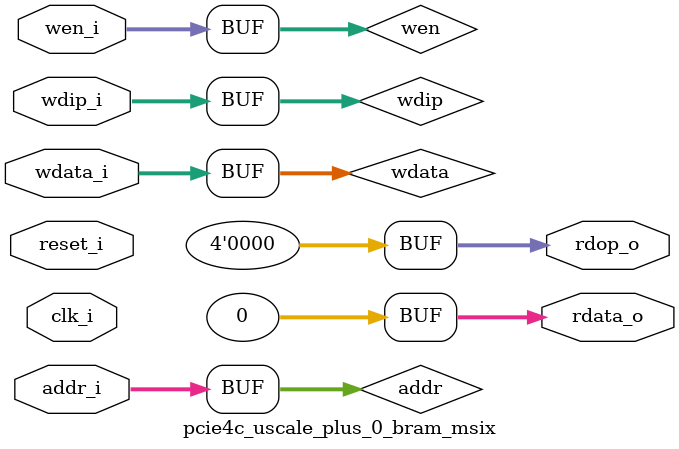
<source format=v>
`timescale 1ps/1ps

(* DowngradeIPIdentifiedWarnings = "yes" *)
module pcie4c_uscale_plus_0_bram_msix #(

  parameter           TCQ = 100
, parameter           TO_RAM_PIPELINE="FALSE"
, parameter           FROM_RAM_PIPELINE="FALSE"
, parameter           MSIX_CAP_TABLE_SIZE=11'h0
, parameter           MSIX_TABLE_RAM_ENABLE="FALSE"

  ) (

  input  wire         clk_i,
  input  wire         reset_i,

  input  wire  [12:0] addr_i,
  input  wire  [31:0] wdata_i,
  input  wire   [3:0] wdip_i,
  input  wire   [3:0] wen_i,
  output wire  [31:0] rdata_o,
  output wire   [3:0] rdop_o

  );

  // WIP : Use Total number of functions (PFs + VFs) to calculate the NUM_BRAM_4K
  localparam integer NUM_BRAM_4K = (MSIX_TABLE_RAM_ENABLE == "TRUE") ? 8 : 0 ;
 

  reg          [12:0] addr;
  reg          [12:0] addr_p0;
  reg          [12:0] addr_p1;
  reg          [31:0] wdata;
  reg           [3:0] wdip;
  reg           [3:0] wen;
  reg          [31:0] reg_rdata;
  reg           [3:0] reg_rdop;
  wire         [31:0] rdata;
  wire          [3:0] rdop;
  genvar              i;
  wire    [(8*4)-1:0] bram_4k_wen;
  wire   [(8*32)-1:0] rdata_t;
  wire    [(8*4)-1:0] rdop_t;

  //
  // Optional input pipe stages
  //
  generate

    if (TO_RAM_PIPELINE == "TRUE") begin : TORAMPIPELINE

      always @(posedge clk_i) begin
     
        if (reset_i) begin

          addr <= #(TCQ) 13'b0;
          wdata <= #(TCQ) 32'b0;
          wdip <= #(TCQ) 4'b0;
          wen <= #(TCQ) 4'b0;

        end else begin

          addr <= #(TCQ) addr_i;
          wdata <= #(TCQ) wdata_i;
          wdip <= #(TCQ) wdip_i;
          wen <= #(TCQ) wen_i;

        end

      end

    end else begin : NOTORAMPIPELINE

      always @(*) begin

          addr = addr_i;
          wdata = wdata_i;
          wdip = wdip_i;
          wen = wen_i;

      end


    end

  endgenerate

  // 
  // Address pipeline
  //
  always @(posedge clk_i) begin
     
    if (reset_i) begin

      addr_p0 <= #(TCQ) 13'b0;
      addr_p1 <= #(TCQ) 13'b0;

    end else begin

      addr_p0 <= #(TCQ) addr;
      addr_p1 <= #(TCQ) addr_p0;

    end

  end

  //
  // Optional output pipe stages
  //
  generate

    if (FROM_RAM_PIPELINE == "TRUE") begin : FRMRAMPIPELINE


      always @(posedge clk_i) begin
     
        if (reset_i) begin

          reg_rdata <= #(TCQ) 32'b0;
          reg_rdop <= #(TCQ) 4'b0;

        end else begin

          case (addr_p1[12:10]) 
            3'b000 : begin
              reg_rdata <= #(TCQ) rdata_t[(32*(0))+31:(32*(0))+0];
              reg_rdop <= #(TCQ) rdop_t[(4*(0))+3:(4*(0))+0];
            end
            3'b001 : begin
              reg_rdata <= #(TCQ) rdata_t[(32*(1))+31:(32*(1))+0];
              reg_rdop <= #(TCQ) rdop_t[(4*(1))+3:(4*(1))+0];
            end
            3'b010 : begin
              reg_rdata <= #(TCQ) rdata_t[(32*(2))+31:(32*(2))+0];
              reg_rdop <= #(TCQ) rdop_t[(4*(2))+3:(4*(2))+0];
            end
            3'b011 : begin
              reg_rdata <= #(TCQ) rdata_t[(32*(3))+31:(32*(3))+0];
              reg_rdop <= #(TCQ) rdop_t[(4*(3))+3:(4*(3))+0];
            end
            3'b100 : begin
              reg_rdata <= #(TCQ) rdata_t[(32*(4))+31:(32*(4))+0];
              reg_rdop <= #(TCQ) rdop_t[(4*(4))+3:(4*(4))+0];
            end
            3'b101 : begin
              reg_rdata <= #(TCQ) rdata_t[(32*(5))+31:(32*(5))+0];
              reg_rdop <= #(TCQ) rdop_t[(4*(5))+3:(4*(5))+0];
            end
            3'b110 : begin
              reg_rdata <= #(TCQ) rdata_t[(32*(6))+31:(32*(6))+0];
              reg_rdop <= #(TCQ) rdop_t[(4*(6))+3:(4*(6))+0];
            end
            3'b111 : begin
              reg_rdata <= #(TCQ) rdata_t[(32*(7))+31:(32*(7))+0];
              reg_rdop <= #(TCQ) rdop_t[(4*(7))+3:(4*(7))+0];
            end
          endcase

        end

      end

    end else begin : NOFRMRAMPIPELINE

      always @(*) begin

          case (addr_p1[12:10]) 
            3'b000 : begin
              reg_rdata <= #(TCQ) rdata_t[(32*(0))+31:(32*(0))+0];
              reg_rdop <= #(TCQ) rdop_t[(4*(0))+3:(4*(0))+0];
            end
            3'b001 : begin
              reg_rdata <= #(TCQ) rdata_t[(32*(1))+31:(32*(1))+0];
              reg_rdop <= #(TCQ) rdop_t[(4*(1))+3:(4*(1))+0];
            end
            3'b010 : begin
              reg_rdata <= #(TCQ) rdata_t[(32*(2))+31:(32*(2))+0];
              reg_rdop <= #(TCQ) rdop_t[(4*(2))+3:(4*(2))+0];
            end
            3'b011 : begin
              reg_rdata <= #(TCQ) rdata_t[(32*(3))+31:(32*(3))+0];
              reg_rdop <= #(TCQ) rdop_t[(4*(3))+3:(4*(3))+0];
            end
            3'b100 : begin
              reg_rdata <= #(TCQ) rdata_t[(32*(4))+31:(32*(4))+0];
              reg_rdop <= #(TCQ) rdop_t[(4*(4))+3:(4*(4))+0];
            end
            3'b101 : begin
              reg_rdata <= #(TCQ) rdata_t[(32*(5))+31:(32*(5))+0];
              reg_rdop <= #(TCQ) rdop_t[(4*(5))+3:(4*(5))+0];
            end
            3'b110 : begin
              reg_rdata <= #(TCQ) rdata_t[(32*(6))+31:(32*(6))+0];
              reg_rdop <= #(TCQ) rdop_t[(4*(6))+3:(4*(6))+0];
            end
            3'b111 : begin
              reg_rdata <= #(TCQ) rdata_t[(32*(7))+31:(32*(7))+0];
              reg_rdop <= #(TCQ) rdop_t[(4*(7))+3:(4*(7))+0];
            end
          endcase

      end

    end
  
  endgenerate

  assign rdata_o = (MSIX_TABLE_RAM_ENABLE == "TRUE") ?  reg_rdata : 32'h0;
  assign rdop_o = (MSIX_TABLE_RAM_ENABLE == "TRUE") ? reg_rdop : 4'h0;

  generate 
  
    for (i=0; i<NUM_BRAM_4K; i=i+1) begin : BRAM4K

      pcie4c_uscale_plus_0_bram_4k_int #(
          .TCQ(TCQ)
        )
        bram_4k_int (
    
          .clk_i (clk_i),
          .reset_i (reset_i),
    
          .addr_i(addr[9:0]),
          .wdata_i(wdata),
          .wdip_i(wdip),
          .wen_i(bram_4k_wen[(4*(i))+3:(4*(i))+0]),
          .rdata_o(rdata_t[(32*i)+31:(32*i)+0]),
          .rdop_o(rdop_t[(4*i)+3:(4*i)+0]),
          .baddr_i(10'b0),
          .brdata_o()

      );
      assign bram_4k_wen[(4*(i))+3:(4*(i))+0] = wen & {4{(i == addr[12:10])}};  
      
    end

  endgenerate

endmodule

</source>
